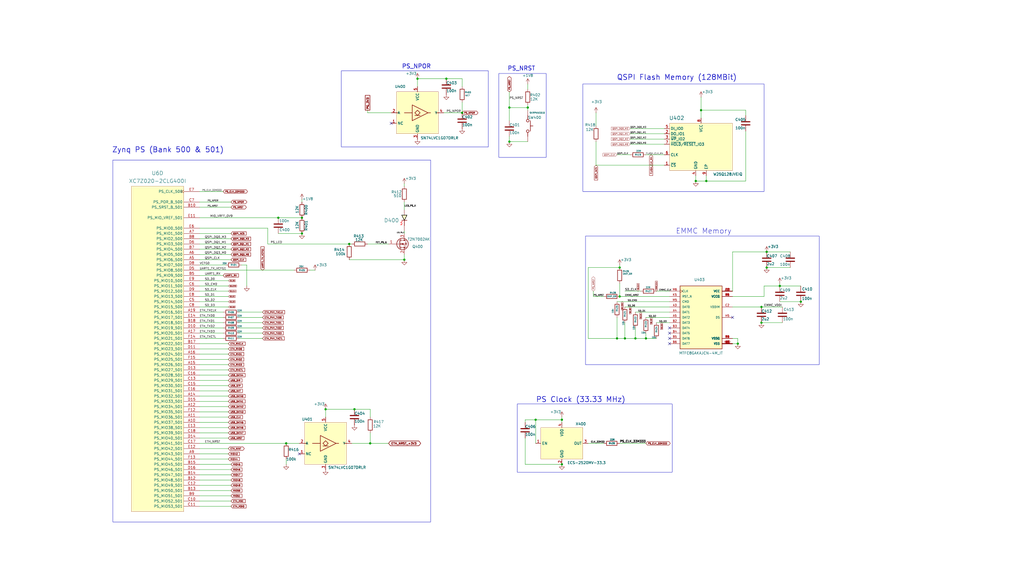
<source format=kicad_sch>
(kicad_sch (version 20231120) (generator "eeschema") (generator_version "8.0")
  (paper "User" 495.3 279.4)
  (title_block (date "2024-11-30") (rev "1"))
  (junction (at 377.19 138.43))
  (junction (at 298.45 163.83))
  (junction (at 307.34 163.83))
  (junction (at 387.35 146.05))
  (junction (at 302.26 163.83))
  (junction (at 157.48 198.12))
  (junction (at 171.45 198.12))
  (junction (at 370.84 121.92))
  (junction (at 134.62 105.41))
  (junction (at 246.38 52.07))
  (junction (at 246.38 68.58))
  (junction (at 299.72 143.51))
  (junction (at 341.63 87.63))
  (junction (at 271.78 203.2))
  (junction (at 336.55 87.63))
  (junction (at 255.27 52.07))
  (junction (at 370.84 129.54))
  (junction (at 368.3 156.21))
  (junction (at 339.09 53.34))
  (junction (at 215.9 38.1))
  (junction (at 299.72 129.54))
  (junction (at 271.78 224.79))
  (junction (at 356.87 166.37))
  (junction (at 146.05 105.41))
  (junction (at 223.52 54.61))
  (junction (at 195.58 125.73))
  (junction (at 179.07 214.63))
  (junction (at 259.08 203.2))
  (junction (at 146.05 113.03))
  (junction (at 201.93 38.1))
  (junction (at 138.43 214.63))
  (junction (at 368.3 148.59))
  (junction (at 168.91 118.11))
  (junction (at 312.42 163.83))
  (no_connect (at 323.85 161.29))
  (no_connect (at 354.33 153.67))
  (no_connect (at 144.78 219.71))
  (no_connect (at 323.85 163.83))
  (no_connect (at 323.85 166.37))
  (no_connect (at 323.85 158.75))
  (no_connect (at 189.23 59.69))
  (wire (pts (xy 177.8 54.61) (xy 177.8 53.34)))
  (wire (pts (xy 369.57 138.43) (xy 377.19 138.43)))
  (wire (pts (xy 292.1 214.63) (xy 284.48 214.63)))
  (wire (pts (xy 354.33 163.83) (xy 356.87 163.83)))
  (wire (pts (xy 96.52 153.67) (xy 107.95 153.67)))
  (wire (pts (xy 336.55 87.63) (xy 336.55 85.09)))
  (wire (pts (xy 111.76 100.33) (xy 96.52 100.33)))
  (wire (pts (xy 246.38 68.58) (xy 255.27 68.58)))
  (wire (pts (xy 287.02 143.51) (xy 292.1 143.51)))
  (wire (pts (xy 129.54 110.49) (xy 129.54 118.11)))
  (wire (pts (xy 96.52 133.35) (xy 107.95 133.35)))
  (wire (pts (xy 299.72 214.63) (xy 312.42 214.63)))
  (wire (pts (xy 223.52 41.91) (xy 223.52 38.1)))
  (wire (pts (xy 312.42 163.83) (xy 307.34 163.83)))
  (wire (pts (xy 96.52 166.37) (xy 110.49 166.37)))
  (wire (pts (xy 299.72 143.51) (xy 323.85 143.51)))
  (wire (pts (xy 284.48 129.54) (xy 299.72 129.54)))
  (wire (pts (xy 96.52 199.39) (xy 110.49 199.39)))
  (wire (pts (xy 304.8 67.31) (xy 321.31 67.31)))
  (wire (pts (xy 96.52 118.11) (xy 111.76 118.11)))
  (wire (pts (xy 96.52 240.03) (xy 111.76 240.03)))
  (wire (pts (xy 96.52 115.57) (xy 111.76 115.57)))
  (wire (pts (xy 96.52 120.65) (xy 111.76 120.65)))
  (wire (pts (xy 356.87 166.37) (xy 354.33 166.37)))
  (wire (pts (xy 138.43 214.63) (xy 144.78 214.63)))
  (wire (pts (xy 96.52 156.21) (xy 107.95 156.21)))
  (wire (pts (xy 96.52 204.47) (xy 110.49 204.47)))
  (wire (pts (xy 177.8 54.61) (xy 189.23 54.61)))
  (wire (pts (xy 96.52 130.81) (xy 142.24 130.81)))
  (wire (pts (xy 317.5 163.83) (xy 312.42 163.83)))
  (wire (pts (xy 354.33 121.92) (xy 370.84 121.92)))
  (wire (pts (xy 246.38 66.04) (xy 246.38 68.58)))
  (wire (pts (xy 96.52 184.15) (xy 110.49 184.15)))
  (wire (pts (xy 96.52 191.77) (xy 110.49 191.77)))
  (wire (pts (xy 96.52 113.03) (xy 111.76 113.03)))
  (wire (pts (xy 179.07 214.63) (xy 187.96 214.63)))
  (wire (pts (xy 298.45 163.83) (xy 298.45 153.67)))
  (wire (pts (xy 356.87 163.83) (xy 356.87 166.37)))
  (wire (pts (xy 146.05 113.03) (xy 134.62 113.03)))
  (wire (pts (xy 115.57 161.29) (xy 127 161.29)))
  (wire (pts (xy 170.18 214.63) (xy 179.07 214.63)))
  (wire (pts (xy 96.52 143.51) (xy 110.49 143.51)))
  (wire (pts (xy 96.52 128.27) (xy 109.22 128.27)))
  (wire (pts (xy 354.33 143.51) (xy 369.57 143.51)))
  (wire (pts (xy 96.52 151.13) (xy 107.95 151.13)))
  (wire (pts (xy 119.38 128.27) (xy 116.84 128.27)))
  (wire (pts (xy 96.52 173.99) (xy 110.49 173.99)))
  (wire (pts (xy 377.19 137.16) (xy 377.19 138.43)))
  (wire (pts (xy 246.38 58.42) (xy 246.38 52.07)))
  (wire (pts (xy 96.52 92.71) (xy 107.95 92.71)))
  (wire (pts (xy 96.52 135.89) (xy 110.49 135.89)))
  (wire (pts (xy 96.52 146.05) (xy 110.49 146.05)))
  (wire (pts (xy 304.8 62.23) (xy 321.31 62.23)))
  (wire (pts (xy 223.52 38.1) (xy 215.9 38.1)))
  (wire (pts (xy 96.52 97.79) (xy 111.76 97.79)))
  (wire (pts (xy 307.34 163.83) (xy 302.26 163.83)))
  (wire (pts (xy 304.8 69.85) (xy 321.31 69.85)))
  (wire (pts (xy 96.52 212.09) (xy 110.49 212.09)))
  (wire (pts (xy 195.58 97.79) (xy 195.58 101.6)))
  (wire (pts (xy 255.27 40.64) (xy 255.27 43.18)))
  (wire (pts (xy 360.68 87.63) (xy 341.63 87.63)))
  (wire (pts (xy 307.34 151.13) (xy 323.85 151.13)))
  (wire (pts (xy 254 203.2) (xy 254 204.47)))
  (wire (pts (xy 354.33 148.59) (xy 368.3 148.59)))
  (wire (pts (xy 96.52 214.63) (xy 138.43 214.63)))
  (wire (pts (xy 96.52 207.01) (xy 110.49 207.01)))
  (wire (pts (xy 339.09 46.99) (xy 339.09 53.34)))
  (wire (pts (xy 96.52 189.23) (xy 110.49 189.23)))
  (wire (pts (xy 177.8 118.11) (xy 187.96 118.11)))
  (wire (pts (xy 115.57 153.67) (xy 127 153.67)))
  (wire (pts (xy 179.07 198.12) (xy 171.45 198.12)))
  (wire (pts (xy 96.52 161.29) (xy 107.95 161.29)))
  (wire (pts (xy 96.52 217.17) (xy 110.49 217.17)))
  (wire (pts (xy 96.52 140.97) (xy 110.49 140.97)))
  (wire (pts (xy 298.45 163.83) (xy 284.48 163.83)))
  (wire (pts (xy 288.29 68.58) (xy 288.29 80.01)))
  (wire (pts (xy 299.72 128.27) (xy 299.72 129.54)))
  (wire (pts (xy 271.78 203.2) (xy 271.78 204.47)))
  (wire (pts (xy 96.52 110.49) (xy 129.54 110.49)))
  (wire (pts (xy 115.57 158.75) (xy 127 158.75)))
  (wire (pts (xy 96.52 105.41) (xy 134.62 105.41)))
  (wire (pts (xy 369.57 143.51) (xy 369.57 138.43)))
  (wire (pts (xy 254 224.79) (xy 271.78 224.79)))
  (wire (pts (xy 195.58 125.73) (xy 195.58 123.19)))
  (wire (pts (xy 96.52 234.95) (xy 111.76 234.95)))
  (wire (pts (xy 157.48 198.12) (xy 157.48 201.93)))
  (wire (pts (xy 317.5 140.97) (xy 323.85 140.97)))
  (wire (pts (xy 312.42 153.67) (xy 323.85 153.67)))
  (wire (pts (xy 168.91 118.11) (xy 170.18 118.11)))
  (wire (pts (xy 129.54 118.11) (xy 168.91 118.11)))
  (wire (pts (xy 96.52 245.11) (xy 111.76 245.11)))
  (wire (pts (xy 96.52 123.19) (xy 111.76 123.19)))
  (wire (pts (xy 288.29 54.61) (xy 288.29 60.96)))
  (wire (pts (xy 370.84 129.54) (xy 382.27 129.54)))
  (wire (pts (xy 96.52 209.55) (xy 110.49 209.55)))
  (wire (pts (xy 302.26 140.97) (xy 309.88 140.97)))
  (wire (pts (xy 307.34 163.83) (xy 307.34 158.75)))
  (wire (pts (xy 360.68 63.5) (xy 360.68 87.63)))
  (wire (pts (xy 284.48 163.83) (xy 284.48 129.54)))
  (wire (pts (xy 201.93 38.1) (xy 201.93 41.91)))
  (wire (pts (xy 368.3 148.59) (xy 378.46 148.59)))
  (wire (pts (xy 96.52 181.61) (xy 110.49 181.61)))
  (wire (pts (xy 254 212.09) (xy 254 224.79)))
  (wire (pts (xy 138.43 224.79) (xy 138.43 222.25)))
  (wire (pts (xy 195.58 111.76) (xy 195.58 113.03)))
  (wire (pts (xy 96.52 176.53) (xy 110.49 176.53)))
  (wire (pts (xy 360.68 53.34) (xy 360.68 55.88)))
  (wire (pts (xy 298.45 146.05) (xy 323.85 146.05)))
  (wire (pts (xy 96.52 222.25) (xy 110.49 222.25)))
  (wire (pts (xy 387.35 146.05) (xy 377.19 146.05)))
  (wire (pts (xy 255.27 52.07) (xy 255.27 50.8)))
  (wire (pts (xy 377.19 138.43) (xy 387.35 138.43)))
  (wire (pts (xy 96.52 232.41) (xy 111.76 232.41)))
  (wire (pts (xy 146.05 105.41) (xy 134.62 105.41)))
  (wire (pts (xy 302.26 163.83) (xy 298.45 163.83)))
  (wire (pts (xy 96.52 186.69) (xy 110.49 186.69)))
  (wire (pts (xy 149.86 130.81) (xy 152.4 130.81)))
  (wire (pts (xy 96.52 171.45) (xy 110.49 171.45)))
  (wire (pts (xy 246.38 44.45) (xy 246.38 52.07)))
  (wire (pts (xy 259.08 203.2) (xy 254 203.2)))
  (wire (pts (xy 96.52 194.31) (xy 110.49 194.31)))
  (wire (pts (xy 223.52 49.53) (xy 223.52 54.61)))
  (wire (pts (xy 339.09 57.15) (xy 339.09 53.34)))
  (wire (pts (xy 299.72 137.16) (xy 299.72 143.51)))
  (wire (pts (xy 96.52 229.87) (xy 111.76 229.87)))
  (wire (pts (xy 96.52 201.93) (xy 110.49 201.93)))
  (wire (pts (xy 259.08 214.63) (xy 259.08 203.2)))
  (wire (pts (xy 157.48 198.12) (xy 171.45 198.12)))
  (wire (pts (xy 378.46 156.21) (xy 368.3 156.21)))
  (wire (pts (xy 339.09 53.34) (xy 360.68 53.34)))
  (wire (pts (xy 179.07 201.93) (xy 179.07 198.12)))
  (wire (pts (xy 146.05 96.52) (xy 146.05 97.79)))
  (wire (pts (xy 179.07 209.55) (xy 179.07 214.63)))
  (wire (pts (xy 96.52 196.85) (xy 110.49 196.85)))
  (wire (pts (xy 96.52 168.91) (xy 110.49 168.91)))
  (wire (pts (xy 96.52 224.79) (xy 111.76 224.79)))
  (wire (pts (xy 214.63 54.61) (xy 223.52 54.61)))
  (wire (pts (xy 341.63 87.63) (xy 336.55 87.63)))
  (wire (pts (xy 302.26 148.59) (xy 323.85 148.59)))
  (wire (pts (xy 115.57 163.83) (xy 127 163.83)))
  (wire (pts (xy 312.42 163.83) (xy 312.42 161.29)))
  (wire (pts (xy 287.02 140.97) (xy 287.02 143.51)))
  (wire (pts (xy 96.52 163.83) (xy 107.95 163.83)))
  (wire (pts (xy 312.42 74.93) (xy 321.31 74.93)))
  (wire (pts (xy 119.38 138.43) (xy 119.38 128.27)))
  (wire (pts (xy 96.52 179.07) (xy 110.49 179.07)))
  (wire (pts (xy 201.93 38.1) (xy 215.9 38.1)))
  (wire (pts (xy 354.33 140.97) (xy 354.33 121.92)))
  (wire (pts (xy 255.27 53.34) (xy 255.27 52.07)))
  (wire (pts (xy 298.45 74.93) (xy 304.8 74.93)))
  (wire (pts (xy 271.78 201.93) (xy 271.78 203.2)))
  (wire (pts (xy 259.08 203.2) (xy 271.78 203.2)))
  (wire (pts (xy 96.52 227.33) (xy 111.76 227.33)))
  (wire (pts (xy 195.58 88.9) (xy 195.58 90.17)))
  (wire (pts (xy 317.5 156.21) (xy 323.85 156.21)))
  (wire (pts (xy 96.52 158.75) (xy 107.95 158.75)))
  (wire (pts (xy 246.38 52.07) (xy 255.27 52.07)))
  (wire (pts (xy 288.29 80.01) (xy 321.31 80.01)))
  (wire (pts (xy 370.84 121.92) (xy 382.27 121.92)))
  (wire (pts (xy 96.52 242.57) (xy 111.76 242.57)))
  (wire (pts (xy 96.52 148.59) (xy 110.49 148.59)))
  (wire (pts (xy 96.52 138.43) (xy 110.49 138.43)))
  (wire (pts (xy 96.52 219.71) (xy 110.49 219.71)))
  (wire (pts (xy 96.52 237.49) (xy 111.76 237.49)))
  (wire (pts (xy 96.52 125.73) (xy 111.76 125.73)))
  (wire (pts (xy 341.63 85.09) (xy 341.63 87.63)))
  (wire (pts (xy 115.57 151.13) (xy 127 151.13)))
  (wire (pts (xy 304.8 64.77) (xy 321.31 64.77)))
  (wire (pts (xy 168.91 125.73) (xy 195.58 125.73)))
  (wire (pts (xy 115.57 156.21) (xy 127 156.21)))
  (wire (pts (xy 302.26 163.83) (xy 302.26 156.21)))
  (rectangle (start 250.19 195.58) (end 325.12 228.6))
  (rectangle (start 281.94 40.64) (end 369.57 92.71))
  (rectangle (start 54.61 77.47) (end 208.28 252.73))
  (rectangle (start 283.21 114.3) (end 396.24 176.53))
  (rectangle (start 241.3 35.56) (end 264.16 76.2))
  (rectangle (start 165.1 34.29) (end 236.22 71.12))
  (text "PS_NPOR" (at 201.422 32.258 0) (effects (font (size 2.032 2.032) (thickness 0.254) (bold yes))))
  (text "QSPI Flash Memory (128MBit)" (at 327.406 37.592 0) (effects (font (size 2.54 2.54) (thickness 0.254) (bold yes))))
  (text "EMMC Memory" (at 340.36 112.014 0) (effects (font (size 2.54 2.54))))
  (text "Zynq PS (Bank 500 & 501)" (at 81.28 72.644 0) (effects (font (size 2.54 2.54) (thickness 0.254) (bold yes))))
  (text "PS_NRST" (at 252.222 33.274 0) (effects (font (size 2.032 2.032) (thickness 0.254) (bold yes))))
  (text "PS Clock (33.33 MHz)" (at 280.924 193.548 0) (effects (font (size 2.54 2.54) (thickness 0.254) (bold yes))))
  (label "SD_D0" (at 99.06 135.89 0) (effects (font (size 1.016 1.016) (thickness 0.127))))
  (label "UART1_TX_VCFG1" (at 96.52 130.81 0) (effects (font (size 1.016 1.016) (thickness 0.127))))
  (label "EMMC_VDDI" (at 369.57 148.59 0) (effects (font (size 1.016 1.016))))
  (label "LED_PS_K" (at 195.58 100.33 0) (effects (font (size 0.762 0.762) (thickness 0.254) (bold yes))))
  (label "SD_D0" (at 303.53 148.59 0) (effects (font (size 0.762 0.762))))
  (label "ETH_NRST" (at 99.06 214.63 0) (effects (font (size 1.016 1.016) (thickness 0.127))))
  (label "UART1_RX" (at 99.06 133.35 0) (effects (font (size 1.016 1.016) (thickness 0.127))))
  (label "CLK_33M33" (at 285.75 214.63 0) (effects (font (size 0.762 0.762) (thickness 0.254) (bold yes))))
  (label "SD_D1" (at 308.61 151.13 0) (effects (font (size 0.762 0.762))))
  (label "SD_CMD" (at 303.53 146.05 0) (effects (font (size 0.762 0.762))))
  (label "SD_D2" (at 99.06 146.05 0) (effects (font (size 1.016 1.016) (thickness 0.127))))
  (label "ETH_TXCTL" (at 96.52 163.83 0) (effects (font (size 1.016 1.016) (thickness 0.127))))
  (label "FLASH_CLK_M4" (at 312.42 74.93 0) (effects (font (size 0.762 0.762) (thickness 0.0953))))
  (label "PS_NRST" (at 246.38 48.26 0) (effects (font (size 1.016 1.016) (thickness 0.127))))
  (label "EMMC_NRST" (at 302.26 143.51 0) (effects (font (size 0.762 0.762))))
  (label "PS_NRST" (at 100.33 100.33 0) (effects (font (size 0.762 0.762) (thickness 0.127))))
  (label "ETH_TXD3" (at 96.52 161.29 0) (effects (font (size 1.016 1.016) (thickness 0.127))))
  (label "FET_PS_G" (at 181.61 118.11 0) (effects (font (size 0.762 0.762) (thickness 0.254) (bold yes))))
  (label "SD_CLK" (at 99.06 140.97 0) (effects (font (size 1.016 1.016) (thickness 0.127))))
  (label "SD_D3" (at 318.77 156.21 0) (effects (font (size 0.762 0.762))))
  (label "PS_CLK_33M333" (at 299.72 214.63 0) (effects (font (size 1.016 1.016) (thickness 0.254) (bold yes))))
  (label "MIO_VRFF_OV9" (at 101.6 105.41 0) (effects (font (size 1.016 1.016) (thickness 0.127))))
  (label "PS_NRST" (at 287.02 143.51 0) (effects (font (size 0.762 0.762))))
  (label "EMMC_CLK" (at 318.77 140.97 0) (effects (font (size 0.762 0.762))))
  (label "PS_NPOR" (at 215.9 54.61 0) (effects (font (size 1.016 1.016) (thickness 0.127))))
  (label "ETH_TXD1" (at 96.52 156.21 0) (effects (font (size 1.016 1.016) (thickness 0.127))))
  (label "SD_CLK" (at 302.26 140.97 0) (effects (font (size 1.016 1.016))))
  (label "QSPI_DQ1_M1" (at 304.8 64.77 0) (effects (font (size 0.762 0.762) (thickness 0.127))))
  (label "PS_LED" (at 130.81 118.11 0) (effects (font (size 1.016 1.016) (thickness 0.127))))
  (label "QSPI_DQ1_M1" (at 99.06 118.11 0) (effects (font (size 1.016 1.016) (thickness 0.127))))
  (label "LED_PS_A" (at 195.58 113.03 180) (effects (font (size 0.508 0.508) (thickness 0.254) (bold yes))))
  (label "QSPI_DQ2_M2" (at 304.8 67.31 0) (effects (font (size 0.762 0.762) (thickness 0.127))))
  (label "ETH_TXD0" (at 96.52 153.67 0) (effects (font (size 1.016 1.016) (thickness 0.127))))
  (label "ETH_TXCLK" (at 96.52 151.13 0) (effects (font (size 1.016 1.016) (thickness 0.127))))
  (label "SD_D3" (at 99.06 148.59 0) (effects (font (size 1.016 1.016) (thickness 0.127))))
  (label "VCFG0" (at 96.52 128.27 0) (effects (font (size 1.016 1.016) (thickness 0.127))))
  (label "QSPI_DQ3_M0" (at 99.06 123.19 0) (effects (font (size 1.016 1.016) (thickness 0.127))))
  (label "SD_D1" (at 99.06 143.51 0) (effects (font (size 1.016 1.016) (thickness 0.127))))
  (label "PS_CLK_33M333" (at 97.79 92.71 0) (effects (font (size 0.762 0.762) (thickness 0.0953))))
  (label "SD_CMD" (at 99.06 138.43 0) (effects (font (size 1.016 1.016) (thickness 0.127))))
  (label "QSPI_DQ0_M3" (at 99.06 115.57 0) (effects (font (size 1.016 1.016) (thickness 0.127))))
  (label "ETH_TXD2" (at 96.52 158.75 0) (effects (font (size 1.016 1.016) (thickness 0.127))))
  (label "PS_NPOR" (at 100.33 97.79 0) (effects (font (size 0.762 0.762) (thickness 0.127))))
  (label "QSPI_CLK" (at 298.45 74.93 0) (effects (font (size 0.762 0.762) (thickness 0.127))))
  (label "QSPI_CLK" (at 99.06 125.73 0) (effects (font (size 1.016 1.016) (thickness 0.127))))
  (label "QSPI_DQ3_M0" (at 304.8 69.85 0) (effects (font (size 0.762 0.762) (thickness 0.127))))
  (label "SD_D2" (at 313.69 153.67 0) (effects (font (size 0.762 0.762))))
  (label "QSPI_DQ0_M3" (at 304.8 62.23 0) (effects (font (size 0.762 0.762) (thickness 0.127))))
  (label "QSPI_DQ2_M2" (at 99.06 120.65 0) (effects (font (size 1.016 1.016) (thickness 0.127))))
  (global_label "ETH_RXCTL" (shape input) (at 110.49 179.07 0) (effects (font (size 0.762 0.762) (thickness 0.254) (bold yes))) (property "Intersheetrefs" "${INTERSHEET_REFS}" (effects (hide yes))))
  (global_label "QSPI_DQ1_M1" (shape input) (at 111.76 118.11 0) (effects (font (size 0.762 0.762) (thickness 0.254) (bold yes))) (property "Intersheetrefs" "${INTERSHEET_REFS}" (effects (hide yes))))
  (global_label "USB_DATA7" (shape input) (at 110.49 209.55 0) (effects (font (size 0.762 0.762) (thickness 0.254) (bold yes))) (property "Intersheetrefs" "${INTERSHEET_REFS}" (effects (hide yes))))
  (global_label "QSPI_DQ1_M1" (shape input) (at 304.8 64.77 180) (effects (font (size 0.762 0.762) (thickness 0.0953))) (property "Intersheetrefs" "${INTERSHEET_REFS}" (effects (hide yes))))
  (global_label "PS_NRST" (shape bidirectional) (at 246.38 44.45 90) (effects (font (size 0.762 0.762) (thickness 0.254) (bold yes))) (property "Intersheetrefs" "${INTERSHEET_REFS}" (effects (hide yes))))
  (global_label "SD_D3" (shape input) (at 110.49 148.59 0) (effects (font (size 0.508 0.508))) (property "Intersheetrefs" "${INTERSHEET_REFS}" (effects (hide yes))))
  (global_label "PS_CLK_33M333" (shape bidirectional) (at 107.95 92.71 0) (effects (font (size 0.762 0.762) (thickness 0.254) (bold yes))) (property "Intersheetrefs" "${INTERSHEET_REFS}" (effects (hide yes))))
  (global_label "USB_STP" (shape input) (at 110.49 186.69 0) (effects (font (size 0.762 0.762) (thickness 0.254) (bold yes))) (property "Intersheetrefs" "${INTERSHEET_REFS}" (effects (hide yes))))
  (global_label "SD_CLK" (shape input) (at 308.61 140.97 90) (effects (font (size 0.508 0.508))) (property "Intersheetrefs" "${INTERSHEET_REFS}" (effects (hide yes))))
  (global_label "PG_3V3" (shape passive) (at 177.8 53.34 90) (effects (font (size 1.016 1.016) (thickness 0.254) (bold yes))) (property "Intersheetrefs" "${INTERSHEET_REFS}" (effects (hide yes))))
  (global_label "ETH_RXD0" (shape input) (at 110.49 168.91 0) (effects (font (size 0.762 0.762) (thickness 0.254) (bold yes))) (property "Intersheetrefs" "${INTERSHEET_REFS}" (effects (hide yes))))
  (global_label "MIO44" (shape input) (at 110.49 222.25 0) (effects (font (size 0.762 0.762) (thickness 0.254) (bold yes))) (property "Intersheetrefs" "${INTERSHEET_REFS}" (effects (hide yes))))
  (global_label "UART1_RX" (shape input) (at 107.95 133.35 0) (effects (font (size 0.762 0.762) (thickness 0.254) (bold yes))) (property "Intersheetrefs" "${INTERSHEET_REFS}" (effects (hide yes))))
  (global_label "SD_D3" (shape input) (at 320.04 156.21 270) (effects (font (size 0.508 0.508))) (property "Intersheetrefs" "${INTERSHEET_REFS}" (effects (hide yes))))
  (global_label "QSPI_NCS" (shape input) (at 288.29 80.01 270) (effects (font (size 0.762 0.762) (thickness 0.1588))) (property "Intersheetrefs" "${INTERSHEET_REFS}" (effects (hide yes))))
  (global_label "USB_NXT" (shape input) (at 110.49 189.23 0) (effects (font (size 0.762 0.762) (thickness 0.254) (bold yes))) (property "Intersheetrefs" "${INTERSHEET_REFS}" (effects (hide yes))))
  (global_label "ETH_MDC" (shape input) (at 111.76 242.57 0) (effects (font (size 0.762 0.762) (thickness 0.254) (bold yes))) (property "Intersheetrefs" "${INTERSHEET_REFS}" (effects (hide yes))))
  (global_label "ETH_RXD1" (shape input) (at 110.49 171.45 0) (effects (font (size 0.762 0.762) (thickness 0.254) (bold yes))) (property "Intersheetrefs" "${INTERSHEET_REFS}" (effects (hide yes))))
  (global_label "SD_CMD" (shape input) (at 300.99 146.05 270) (effects (font (size 0.508 0.508))) (property "Intersheetrefs" "${INTERSHEET_REFS}" (effects (hide yes))))
  (global_label "MIO51" (shape input) (at 111.76 240.03 0) (effects (font (size 0.762 0.762) (thickness 0.254) (bold yes))) (property "Intersheetrefs" "${INTERSHEET_REFS}" (effects (hide yes))))
  (global_label "QSPI_NCS" (shape input) (at 111.76 113.03 0) (effects (font (size 0.762 0.762) (thickness 0.254) (bold yes))) (property "Intersheetrefs" "${INTERSHEET_REFS}" (effects (hide yes))))
  (global_label "QSPI_DQ2_M2" (shape input) (at 111.76 120.65 0) (effects (font (size 0.762 0.762) (thickness 0.254) (bold yes))) (property "Intersheetrefs" "${INTERSHEET_REFS}" (effects (hide yes))))
  (global_label "ETH_PHY_TXD0" (shape input) (at 127 153.67 0) (effects (font (size 0.762 0.762) (thickness 0.254) (bold yes))) (property "Intersheetrefs" "${INTERSHEET_REFS}" (effects (hide yes))))
  (global_label "ETH_PHY_TXCLK" (shape input) (at 127 151.13 0) (effects (font (size 0.762 0.762) (thickness 0.254) (bold yes))) (property "Intersheetrefs" "${INTERSHEET_REFS}" (effects (hide yes))))
  (global_label "MIO45" (shape input) (at 111.76 224.79 0) (effects (font (size 0.762 0.762) (thickness 0.254) (bold yes))) (property "Intersheetrefs" "${INTERSHEET_REFS}" (effects (hide yes))))
  (global_label "ETH_NINT" (shape bidirectional) (at 110.49 217.17 0) (effects (font (size 0.762 0.762) (thickness 0.254) (bold yes))) (property "Intersheetrefs" "${INTERSHEET_REFS}" (effects (hide yes))))
  (global_label "USB_NRST" (shape input) (at 110.49 212.09 0) (effects (font (size 0.762 0.762) (thickness 0.254) (bold yes))) (property "Intersheetrefs" "${INTERSHEET_REFS}" (effects (hide yes))))
  (global_label "MIO50" (shape input) (at 111.76 237.49 0) (effects (font (size 0.762 0.762) (thickness 0.254) (bold yes))) (property "Intersheetrefs" "${INTERSHEET_REFS}" (effects (hide yes))))
  (global_label "USB_CLK" (shape input) (at 110.49 201.93 0) (effects (font (size 0.762 0.762) (thickness 0.254) (bold yes))) (property "Intersheetrefs" "${INTERSHEET_REFS}" (effects (hide yes))))
  (global_label "QSPI_DQ0_M3" (shape input) (at 304.8 62.23 180) (effects (font (size 0.762 0.762) (thickness 0.0953))) (property "Intersheetrefs" "${INTERSHEET_REFS}" (effects (hide yes))))
  (global_label "QSPI_DQ3_M0" (shape input) (at 111.76 123.19 0) (effects (font (size 0.762 0.762) (thickness 0.254) (bold yes))) (property "Intersheetrefs" "${INTERSHEET_REFS}" (effects (hide yes))))
  (global_label "PS_CLK_33M333" (shape bidirectional) (at 312.42 214.63 0) (effects (font (size 0.762 0.762) (thickness 0.254) (bold yes))) (property "Intersheetrefs" "${INTERSHEET_REFS}" (effects (hide yes))))
  (global_label "QSPI_CLK" (shape input) (at 111.76 125.73 0) (effects (font (size 0.762 0.762) (thickness 0.254) (bold yes))) (property "Intersheetrefs" "${INTERSHEET_REFS}" (effects (hide yes))))
  (global_label "USB_DATA3" (shape input) (at 110.49 199.39 0) (effects (font (size 0.762 0.762) (thickness 0.254) (bold yes))) (property "Intersheetrefs" "${INTERSHEET_REFS}" (effects (hide yes))))
  (global_label "SD_D1" (shape input) (at 110.49 143.51 0) (effects (font (size 0.508 0.508))) (property "Intersheetrefs" "${INTERSHEET_REFS}" (effects (hide yes))))
  (global_label "FLASH_CLK_M4" (shape input) (at 314.96 74.93 270) (effects (font (size 0.762 0.762) (thickness 0.1588))) (property "Intersheetrefs" "${INTERSHEET_REFS}" (effects (hide yes))))
  (global_label "ETH_RXD3" (shape input) (at 110.49 176.53 0) (effects (font (size 0.762 0.762) (thickness 0.254) (bold yes))) (property "Intersheetrefs" "${INTERSHEET_REFS}" (effects (hide yes))))
  (global_label "USB_DIR" (shape input) (at 110.49 184.15 0) (effects (font (size 0.762 0.762) (thickness 0.254) (bold yes))) (property "Intersheetrefs" "${INTERSHEET_REFS}" (effects (hide yes))))
  (global_label "ETH_RXD2" (shape input) (at 110.49 173.99 0) (effects (font (size 0.762 0.762) (thickness 0.254) (bold yes))) (property "Intersheetrefs" "${INTERSHEET_REFS}" (effects (hide yes))))
  (global_label "MIO47" (shape input) (at 111.76 229.87 0) (effects (font (size 0.762 0.762) (thickness 0.254) (bold yes))) (property "Intersheetrefs" "${INTERSHEET_REFS}" (effects (hide yes))))
  (global_label "SD_D0" (shape input) (at 110.49 135.89 0) (effects (font (size 0.508 0.508))) (property "Intersheetrefs" "${INTERSHEET_REFS}" (effects (hide yes))))
  (global_label "QSPI_DQ0_M3" (shape input) (at 111.76 115.57 0) (effects (font (size 0.762 0.762) (thickness 0.254) (bold yes))) (property "Intersheetrefs" "${INTERSHEET_REFS}" (effects (hide yes))))
  (global_label "ETH_MDIO" (shape input) (at 111.76 245.11 0) (effects (font (size 0.762 0.762) (thickness 0.254) (bold yes))) (property "Intersheetrefs" "${INTERSHEET_REFS}" (effects (hide yes))))
  (global_label "QSPI_CLK" (shape input) (at 298.45 74.93 180) (effects (font (size 0.762 0.762) (thickness 0.0953))) (property "Intersheetrefs" "${INTERSHEET_REFS}" (effects (hide yes))))
  (global_label "USB_DATA1" (shape input) (at 110.49 194.31 0) (effects (font (size 0.762 0.762) (thickness 0.254) (bold yes))) (property "Intersheetrefs" "${INTERSHEET_REFS}" (effects (hide yes))))
  (global_label "PS_NPOR" (shape bidirectional) (at 223.52 54.61 0) (effects (font (size 0.762 0.762) (thickness 0.254) (bold yes))) (property "Intersheetrefs" "${INTERSHEET_REFS}" (effects (hide yes))))
  (global_label "EMMC_CLK" (shape input) (at 317.5 140.97 90) (effects (font (size 0.508 0.508))) (property "Intersheetrefs" "${INTERSHEET_REFS}" (effects (hide yes))))
  (global_label "QSPI_DQ3_M0" (shape input) (at 304.8 69.85 180) (effects (font (size 0.762 0.762) (thickness 0.0953))) (property "Intersheetrefs" "${INTERSHEET_REFS}" (effects (hide yes))))
  (global_label "ETH_PHY_TXCTL" (shape input) (at 127 163.83 0) (effects (font (size 0.762 0.762) (thickness 0.254) (bold yes))) (property "Intersheetrefs" "${INTERSHEET_REFS}" (effects (hide yes))))
  (global_label "USB_DATA2" (shape input) (at 110.49 196.85 0) (effects (font (size 0.762 0.762) (thickness 0.254) (bold yes))) (property "Intersheetrefs" "${INTERSHEET_REFS}" (effects (hide yes))))
  (global_label "SD_CMD" (shape input) (at 110.49 138.43 0) (effects (font (size 0.508 0.508))) (property "Intersheetrefs" "${INTERSHEET_REFS}" (effects (hide yes))))
  (global_label "USB_DATA5" (shape input) (at 110.49 204.47 0) (effects (font (size 0.762 0.762) (thickness 0.254) (bold yes))) (property "Intersheetrefs" "${INTERSHEET_REFS}" (effects (hide yes))))
  (global_label "PS_NRST" (shape bidirectional) (at 287.02 140.97 90) (effects (font (size 0.762 0.762) (thickness 0.0953))) (property "Intersheetrefs" "${INTERSHEET_REFS}" (effects (hide yes))))
  (global_label "SD_D0" (shape input) (at 304.8 148.59 270) (effects (font (size 0.508 0.508))) (property "Intersheetrefs" "${INTERSHEET_REFS}" (effects (hide yes))))
  (global_label "ETH_RXCLK" (shape input) (at 110.49 166.37 0) (effects (font (size 0.762 0.762) (thickness 0.254) (bold yes))) (property "Intersheetrefs" "${INTERSHEET_REFS}" (effects (hide yes))))
  (global_label "USB_DATA4" (shape input) (at 110.49 181.61 0) (effects (font (size 0.762 0.762) (thickness 0.254) (bold yes))) (property "Intersheetrefs" "${INTERSHEET_REFS}" (effects (hide yes))))
  (global_label "USB_DATA6" (shape input) (at 110.49 207.01 0) (effects (font (size 0.762 0.762) (thickness 0.254) (bold yes))) (property "Intersheetrefs" "${INTERSHEET_REFS}" (effects (hide yes))))
  (global_label "MIO48" (shape input) (at 111.76 232.41 0) (effects (font (size 0.762 0.762) (thickness 0.254) (bold yes))) (property "Intersheetrefs" "${INTERSHEET_REFS}" (effects (hide yes))))
  (global_label "SD_D2" (shape input) (at 314.96 153.67 270) (effects (font (size 0.508 0.508))) (property "Intersheetrefs" "${INTERSHEET_REFS}" (effects (hide yes))))
  (global_label "MIO46" (shape input) (at 111.76 227.33 0) (effects (font (size 0.762 0.762) (thickness 0.254) (bold yes))) (property "Intersheetrefs" "${INTERSHEET_REFS}" (effects (hide yes))))
  (global_label "ETH_PHY_TXD2" (shape input) (at 127 158.75 0) (effects (font (size 0.762 0.762) (thickness 0.254) (bold yes))) (property "Intersheetrefs" "${INTERSHEET_REFS}" (effects (hide yes))))
  (global_label "MIO49" (shape input) (at 111.76 234.95 0) (effects (font (size 0.762 0.762) (thickness 0.254) (bold yes))) (property "Intersheetrefs" "${INTERSHEET_REFS}" (effects (hide yes))))
  (global_label "QSPI_DQ2_M2" (shape input) (at 304.8 67.31 180) (effects (font (size 0.762 0.762) (thickness 0.0953))) (property "Intersheetrefs" "${INTERSHEET_REFS}" (effects (hide yes))))
  (global_label "SD_D1" (shape input) (at 309.88 151.13 270) (effects (font (size 0.508 0.508))) (property "Intersheetrefs" "${INTERSHEET_REFS}" (effects (hide yes))))
  (global_label "ETH_PHY_TXD3" (shape input) (at 127 161.29 0) (effects (font (size 0.762 0.762) (thickness 0.254) (bold yes))) (property "Intersheetrefs" "${INTERSHEET_REFS}" (effects (hide yes))))
  (global_label "SD_D2" (shape input) (at 110.49 146.05 0) (effects (font (size 0.508 0.508))) (property "Intersheetrefs" "${INTERSHEET_REFS}" (effects (hide yes))))
  (global_label "SD_CLK" (shape input) (at 110.49 140.97 0) (effects (font (size 0.508 0.508))) (property "Intersheetrefs" "${INTERSHEET_REFS}" (effects (hide yes))))
  (global_label "PS_NPOR" (shape bidirectional) (at 111.76 97.79 0) (effects (font (size 0.762 0.762) (thickness 0.254) (bold yes))) (property "Intersheetrefs" "${INTERSHEET_REFS}" (effects (hide yes))))
  (global_label "USB_DATA0" (shape input) (at 110.49 191.77 0) (effects (font (size 0.762 0.762) (thickness 0.254) (bold yes))) (property "Intersheetrefs" "${INTERSHEET_REFS}" (effects (hide yes))))
  (global_label "ETH_PHY_TXD1" (shape input) (at 127 156.21 0) (effects (font (size 0.762 0.762) (thickness 0.254) (bold yes))) (property "Intersheetrefs" "${INTERSHEET_REFS}" (effects (hide yes))))
  (global_label "MIO43" (shape input) (at 110.49 219.71 0) (effects (font (size 0.762 0.762) (thickness 0.254) (bold yes))) (property "Intersheetrefs" "${INTERSHEET_REFS}" (effects (hide yes))))
  (global_label "UART1_TX_VCFG1" (shape input) (at 127 130.81 90) (effects (font (size 0.762 0.762) (thickness 0.254) (bold yes))) (property "Intersheetrefs" "${INTERSHEET_REFS}" (effects (hide yes))))
  (global_label "PS_NRST" (shape bidirectional) (at 111.76 100.33 0) (effects (font (size 0.762 0.762) (thickness 0.254) (bold yes))) (property "Intersheetrefs" "${INTERSHEET_REFS}" (effects (hide yes))))
  (global_label "ETH_NRST_+3V3" (shape bidirectional) (at 187.96 214.63 0) (effects (font (size 1.016 1.016) (thickness 0.254) (bold yes))) (property "Intersheetrefs" "${INTERSHEET_REFS}" (effects (hide yes))))
  (symbol (lib_id "power:GND") (at 368.3 156.21 0) (unit 1)
    (property "Reference" "#PWR0132" (effects (hide yes)))
    (property "Value" "GND" (effects (hide yes)))
    (property "Description" "Power symbol creates a global label with name \"GND\" , ground" (effects (hide yes)))
  )
  (symbol (lib_id "Device:R") (at 295.91 214.63 270) (unit 1)
    (property "Reference" "R420" (at 295.91 214.63 90) (effects (font (size 0.762 0.762))))
    (property "Value" "22R" (at 296.164 212.852 90) (effects (font (size 0.762 0.762))))
    (property "Footprint" "Resistor_SMD:R_0402_1005Metric" (effects (hide yes)))
    (property "Description" "Resistor" (effects (hide yes)))
    (property "LCSC" "C25092" (effects (hide yes)))
    (property "Manufacturer Part Number" "0402WGF220JTCE" (effects (hide yes)))
  )
  (symbol (lib_id "power:GND") (at 138.43 224.79 0) (unit 1)
    (property "Reference" "#PWR0125" (effects (hide yes)))
    (property "Value" "GND" (effects (hide yes)))
    (property "Description" "Power symbol creates a global label with name \"GND\" , ground" (effects (hide yes)))
  )
  (symbol (lib_id "Device:C") (at 360.68 59.69 0) (unit 1)
    (property "Reference" "C405" (at 355.6 57.912 0) (effects (justify left)))
    (property "Value" "100n" (at 355.6 61.976 0) (effects (justify left)))
    (property "Footprint" "Capacitor_SMD:C_0402_1005Metric" (effects (hide yes)))
    (property "Description" "Unpolarized capacitor" (effects (hide yes)))
    (property "LCSC" "C1525" (effects (hide yes)))
    (property "Manufacturer Part Number" "CL05B104KO5NNNC" (effects (hide yes)))
  )
  (symbol (lib_id "Device:R") (at 288.29 64.77 0) (unit 1)
    (property "Reference" "R418" (at 285.496 60.452 0))
    (property "Value" "12K" (at 285.242 62.738 0))
    (property "Footprint" "Resistor_SMD:R_0402_1005Metric" (effects (hide yes)))
    (property "Description" "Resistor" (effects (hide yes)))
    (property "LCSC" "C25752" (effects (hide yes)))
    (property "Manufacturer Part Number" "0402WGF1202TCE" (effects (hide yes)))
  )
  (symbol (lib_id "Schematic-Lib-PhilsLab:ECS-2520MV-130-BN-TR") (at 271.78 214.63 0) (unit 1)
    (property "Reference" "X400" (at 280.924 205.232 0))
    (property "Value" "ECS-2520MV-33.3" (at 283.718 224.028 0))
    (property "Footprint" "Footprint-Lib-PhilsLab:XTAL_2520" (effects (hide yes)))
    (property "Description" "Standard Clock Oscillators XO (Standard),13MHz,Standby (Power Down),CMOS, Multi-Volt,1.6 V 3.6 V,+/-50ppm,-40 C 85 C,6mA,Surface Mount,4-SMD, No Lead,(2.50mm x 2.00mm),(0.80mm)" (effects (hide yes)))
    (property "Manufacturer" "ECS" (effects (hide yes)))
    (property "Manufacturer Part Number" "ECS-2520MV-333.3-BN-TR" (effects (hide yes)))
    (property "LCSC" "C405468" (effects (hide yes)))
  )
  (symbol (lib_id "Device:R") (at 173.99 118.11 270) (unit 1)
    (property "Reference" "R413" (at 173.482 114.3 90))
    (property "Value" "12K" (at 173.736 116.078 90))
    (property "Footprint" "Resistor_SMD:R_0402_1005Metric" (effects (hide yes)))
    (property "Description" "Resistor" (effects (hide yes)))
    (property "LCSC" "C25752" (effects (hide yes)))
    (property "Manufacturer Part Number" "0402WGF1202TCE" (effects (hide yes)))
  )
  (symbol (lib_id "Device:R") (at 302.26 152.4 0) (unit 1)
    (property "Reference" "R421" (at 302.26 153.416 90) (effects (font (size 0.762 0.762)) (justify left)))
    (property "Value" "10k" (at 301.498 157.48 90) (effects (font (size 0.762 0.762)) (justify left)))
    (property "Footprint" "Resistor_SMD:R_0402_1005Metric" (effects (hide yes)))
    (property "Description" "Resistor" (effects (hide yes)))
    (property "LCSC" "C25744" (effects (hide yes)))
    (property "Manufacturer Part Number" "0402WGF1002TCE" (effects (hide yes)))
  )
  (symbol (lib_id "Device:R") (at 312.42 157.48 0) (unit 1)
    (property "Reference" "R423" (at 312.42 158.496 90) (effects (font (size 0.762 0.762)) (justify left)))
    (property "Value" "10k" (at 310.134 161.036 0) (effects (font (size 0.762 0.762)) (justify left)))
    (property "Footprint" "Resistor_SMD:R_0402_1005Metric" (effects (hide yes)))
    (property "Description" "Resistor" (effects (hide yes)))
    (property "LCSC" "C25744" (effects (hide yes)))
    (property "Manufacturer Part Number" "0402WGF1002TCE" (effects (hide yes)))
  )
  (symbol (lib_id "power:GND") (at 336.55 87.63 0) (unit 1)
    (property "Reference" "#PWR0124" (effects (hide yes)))
    (property "Value" "GND" (effects (hide yes)))
    (property "Description" "Power symbol creates a global label with name \"GND\" , ground" (effects (hide yes)))
  )
  (symbol (lib_id "Device:C") (at 378.46 152.4 0) (unit 1)
    (property "Reference" "C413" (at 378.968 149.86 0) (effects (justify left)))
    (property "Value" "100n" (at 378.714 154.432 0) (effects (justify left)))
    (property "Footprint" "Capacitor_SMD:C_0402_1005Metric" (effects (hide yes)))
    (property "Description" "Unpolarized capacitor" (effects (hide yes)))
    (property "LCSC" "C1525" (effects (hide yes)))
    (property "Manufacturer Part Number" "CL05B104KO5NNNC" (effects (hide yes)))
  )
  (symbol (lib_id "power:GND") (at 157.48 227.33 0) (unit 1)
    (property "Reference" "#PWR0122" (effects (hide yes)))
    (property "Value" "GND" (effects (hide yes)))
    (property "Description" "Power symbol creates a global label with name \"GND\" , ground" (effects (hide yes)))
  )
  (symbol (lib_id "power:+1V0") (at 271.78 201.93 0) (unit 1)
    (property "Reference" "#PWR048" (effects (hide yes)))
    (property "Value" "+3V3" (at 268.732 199.39 0))
    (property "Description" "Power symbol creates a global label with name \"+1V0\"" (effects (hide yes)))
  )
  (symbol (lib_id "Device:C") (at 387.35 142.24 0) (unit 1)
    (property "Reference" "C410" (at 387.858 139.954 0) (effects (justify left)))
    (property "Value" "100n" (at 387.858 144.526 0) (effects (justify left)))
    (property "Footprint" "Capacitor_SMD:C_0402_1005Metric" (effects (hide yes)))
    (property "Description" "Unpolarized capacitor" (effects (hide yes)))
    (property "LCSC" "C1525" (effects (hide yes)))
    (property "Manufacturer Part Number" "CL05B104KO5NNNC" (effects (hide yes)))
  )
  (symbol (lib_id "Device:R") (at 146.05 101.6 0) (unit 1)
    (property "Reference" "R400" (at 148.082 101.6 90))
    (property "Value" "12K" (at 143.764 101.346 90))
    (property "Footprint" "Resistor_SMD:R_0402_1005Metric" (effects (hide yes)))
    (property "Description" "Resistor" (effects (hide yes)))
    (property "LCSC" " C25752" (effects (hide yes)))
    (property "Manufacturer Part Number" "0402WGF1202TCE" (effects (hide yes)))
  )
  (symbol (lib_id "Transistor_FET:T2N7002AK") (at 193.04 118.11 0) (unit 1)
    (property "Reference" "Q400" (at 199.39 119.3801 0) (effects (justify left)))
    (property "Value" "T2N7002AK" (at 197.104 115.824 0) (effects (justify left)))
    (property "Footprint" "Package_TO_SOT_SMD:SOT-23" (effects (hide yes)))
    (property "Datasheet" "https://toshiba.semicon-storage.com/info/docget.jsp?did=29712&prodName=T2N7002AK" (effects (hide yes)))
    (property "Description" "60V Vds, 0.2A Id, N-Channel MOSFET, SOT-23" (effects (hide yes)))
    (property "LCSC" "C516175" (effects (hide yes)))
    (property "Manufacturer Part Number" " T2N7002AK,LM" (effects (hide yes)))
  )
  (symbol (lib_id "power:+1V0") (at 255.27 40.64 0) (unit 1)
    (property "Reference" "#PWR0116" (effects (hide yes)))
    (property "Value" "+1V8" (at 255.27 36.576 0))
    (property "Description" "Power symbol creates a global label with name \"+1V0\"" (effects (hide yes)))
  )
  (symbol (lib_id "power:GND") (at 356.87 166.37 0) (unit 1)
    (property "Reference" "#PWR0133" (effects (hide yes)))
    (property "Value" "GND" (effects (hide yes)))
    (property "Description" "Power symbol creates a global label with name \"GND\" , ground" (effects (hide yes)))
  )
  (symbol (lib_id "power:+1V0") (at 146.05 96.52 0) (unit 1)
    (property "Reference" "#PWR062" (effects (hide yes)))
    (property "Value" "+1V8" (at 148.844 96.266 0))
    (property "Description" "Power symbol creates a global label with name \"+1V0\"" (effects (hide yes)))
  )
  (symbol (lib_id "Device:C") (at 254 208.28 0) (unit 1)
    (property "Reference" "C406" (at 254 206.502 0) (effects (justify left)))
    (property "Value" "100n" (at 254 210.312 0) (effects (justify left)))
    (property "Footprint" "Capacitor_SMD:C_0402_1005Metric" (effects (hide yes)))
    (property "Description" "Unpolarized capacitor" (effects (hide yes)))
    (property "LCSC" "C1525" (effects (hide yes)))
    (property "Manufacturer Part Number" "CL05B104KO5NNNC" (effects (hide yes)))
  )
  (symbol (lib_id "Device:R") (at 298.45 149.86 0) (unit 1)
    (property "Reference" "R425" (at 298.45 150.876 90) (effects (font (size 0.762 0.762)) (justify left)))
    (property "Value" "10k" (at 296.418 151.638 90) (effects (font (size 0.762 0.762)) (justify left)))
    (property "Footprint" "Resistor_SMD:R_0402_1005Metric" (effects (hide yes)))
    (property "Description" "Resistor" (effects (hide yes)))
    (property "LCSC" "C25744" (effects (hide yes)))
    (property "Manufacturer Part Number" "0402WGF1002TCE" (effects (hide yes)))
  )
  (symbol (lib_id "power:+1V0") (at 370.84 121.92 0) (mirror y) (unit 1)
    (property "Reference" "#PWR0128" (effects (hide yes)))
    (property "Value" "+3V3" (at 373.888 119.38 0))
    (property "Description" "Power symbol creates a global label with name \"+1V0\"" (effects (hide yes)))
  )
  (symbol (lib_id "Device:R") (at 111.76 151.13 270) (unit 1)
    (property "Reference" "R406" (at 111.76 151.13 90) (effects (font (size 0.762 0.762))))
    (property "Value" "22R" (at 115.824 150.368 90) (effects (font (size 0.762 0.762))))
    (property "Footprint" "Resistor_SMD:R_0402_1005Metric" (effects (hide yes)))
    (property "Description" "Resistor" (effects (hide yes)))
    (property "LCSC" "C25092" (effects (hide yes)))
    (property "Manufacturer Part Number" "0402WGF220JTCE" (effects (hide yes)))
  )
  (symbol (lib_id "Device:C") (at 223.52 58.42 0) (unit 1)
    (property "Reference" "C402" (at 223.52 56.642 0) (effects (justify left)))
    (property "Value" "100n" (at 223.52 60.452 0) (effects (justify left)))
    (property "Footprint" "Capacitor_SMD:C_0402_1005Metric" (effects (hide yes)))
    (property "Description" "Unpolarized capacitor" (effects (hide yes)))
    (property "LCSC" "C1525" (effects (hide yes)))
    (property "Manufacturer Part Number" "CL05B104KO5NNNC" (effects (hide yes)))
  )
  (symbol (lib_id "Device:C") (at 134.62 109.22 180) (unit 1)
    (property "Reference" "C400" (at 140.208 111.252 0) (effects (justify left)))
    (property "Value" "100n" (at 139.954 106.934 0) (effects (justify left)))
    (property "Footprint" "Capacitor_SMD:C_0402_1005Metric" (effects (hide yes)))
    (property "Description" "Unpolarized capacitor" (effects (hide yes)))
    (property "LCSC" "C1525" (effects (hide yes)))
    (property "Manufacturer Part Number" "CL05B104KO5NNNC" (effects (hide yes)))
  )
  (symbol (lib_id "Device:R") (at 111.76 153.67 270) (unit 1)
    (property "Reference" "R407" (at 111.76 153.67 90) (effects (font (size 0.762 0.762))))
    (property "Value" "22R" (at 115.824 152.908 90) (effects (font (size 0.762 0.762))))
    (property "Footprint" "Resistor_SMD:R_0402_1005Metric" (effects (hide yes)))
    (property "Description" "Resistor" (effects (hide yes)))
    (property "LCSC" "C25092" (effects (hide yes)))
    (property "Manufacturer Part Number" "0402WGF220JTCE" (effects (hide yes)))
  )
  (symbol (lib_id "power:GND") (at 201.93 67.31 0) (unit 1)
    (property "Reference" "#PWR0113" (effects (hide yes)))
    (property "Value" "GND" (effects (hide yes)))
    (property "Description" "Power symbol creates a global label with name \"GND\" , ground" (effects (hide yes)))
  )
  (symbol (lib_id "power:GND") (at 246.38 68.58 0) (unit 1)
    (property "Reference" "#PWR068" (effects (hide yes)))
    (property "Value" "GND" (effects (hide yes)))
    (property "Description" "Power symbol creates a global label with name \"GND\" , ground" (effects (hide yes)))
  )
  (symbol (lib_id "Schematic-Lib-PhilsLab:SN74LVC1G07DRLR") (at 157.48 214.63 0) (unit 1)
    (property "Reference" "U401" (at 148.59 202.946 0))
    (property "Value" "SN74LVC1G07DRLR" (at 167.894 226.314 0))
    (property "Footprint" "easyeda2kicad_foorprint:SOT-553-5_L1.6-W1.2-P0.50-LS1.6-BL" (effects (hide yes)))
    (property "Description" "Single Buffer/Driver With Open-Drain Output" (effects (hide yes)))
    (property "Manufacturer" "Texas Instruments" (effects (hide yes)))
    (property "Manufacturer Part Number" "SN74LVC1G07DRLR" (effects (hide yes)))
    (property "Distributor Link" "https://www.mouser.de/ProductDetail/Texas-Instruments/SN74LVC1G07DRLR?qs=pajgIaoyDUjwau6f5T7MtQ%3D%3D" (effects (hide yes)))
    (property "LCSC" "C183013" (effects (hide yes)))
  )
  (symbol (lib_id "Device:R") (at 299.72 133.35 0) (unit 1)
    (property "Reference" "R426" (at 301.244 131.318 0) (effects (font (size 0.762 0.762)) (justify left)))
    (property "Value" "DNP_OR" (at 301.244 132.588 0) (effects (font (size 0.762 0.762)) (justify left)))
    (property "Footprint" "Resistor_SMD:R_0402_1005Metric" (effects (hide yes)))
    (property "Description" "Resistor" (effects (hide yes)))
  )
  (symbol (lib_id "Device:R") (at 111.76 163.83 270) (unit 1)
    (property "Reference" "R411" (at 111.76 163.83 90) (effects (font (size 0.762 0.762))))
    (property "Value" "22R" (at 115.824 163.068 90) (effects (font (size 0.762 0.762))))
    (property "Footprint" "Resistor_SMD:R_0402_1005Metric" (effects (hide yes)))
    (property "Description" "Resistor" (effects (hide yes)))
    (property "LCSC" "C25092" (effects (hide yes)))
    (property "Manufacturer Part Number" "0402WGF220JTCE" (effects (hide yes)))
  )
  (symbol (lib_id "Device:R") (at 308.61 74.93 270) (unit 1)
    (property "Reference" "R419" (at 308.61 74.93 90) (effects (font (size 0.762 0.762))))
    (property "Value" "22R" (at 308.864 73.152 90) (effects (font (size 0.762 0.762))))
    (property "Footprint" "Resistor_SMD:R_0402_1005Metric" (effects (hide yes)))
    (property "Description" "Resistor" (effects (hide yes)))
    (property "LCSC" "C25092" (effects (hide yes)))
    (property "Manufacturer Part Number" "0402WGF220JTCE" (effects (hide yes)))
  )
  (symbol (lib_id "power:GND") (at 171.45 205.74 0) (unit 1)
    (property "Reference" "#PWR0123" (effects (hide yes)))
    (property "Value" "GND" (effects (hide yes)))
    (property "Description" "Power symbol creates a global label with name \"GND\" , ground" (effects (hide yes)))
  )
  (symbol (lib_id "power:+1V0") (at 377.19 137.16 0) (mirror y) (unit 1)
    (property "Reference" "#PWR0130" (effects (hide yes)))
    (property "Value" "+3V3" (at 380.238 134.62 0))
    (property "Description" "Power symbol creates a global label with name \"+1V0\"" (effects (hide yes)))
  )
  (symbol (lib_id "power:+1V0") (at 288.29 54.61 0) (mirror y) (unit 1)
    (property "Reference" "#PWR0127" (effects (hide yes)))
    (property "Value" "+3V3" (at 288.544 49.276 0))
    (property "Description" "Power symbol creates a global label with name \"+1V0\"" (effects (hide yes)))
  )
  (symbol (lib_id "power:GND") (at 119.38 138.43 0) (mirror y) (unit 1)
    (property "Reference" "#PWR0119" (effects (hide yes)))
    (property "Value" "GND" (effects (hide yes)))
    (property "Description" "Power symbol creates a global label with name \"GND\" , ground" (effects (hide yes)))
  )
  (symbol (lib_id "Schematic-Lib-PhilsLab:SN74LVC1G07DRLR") (at 201.93 54.61 0) (unit 1)
    (property "Reference" "U400" (at 193.548 41.91 0))
    (property "Value" "SN74LVC1G07DRLR" (at 212.598 66.802 0))
    (property "Footprint" "easyeda2kicad_foorprint:SOT-553-5_L1.6-W1.2-P0.50-LS1.6-BL" (effects (hide yes)))
    (property "Description" "Single Buffer/Driver With Open-Drain Output" (effects (hide yes)))
    (property "Manufacturer" "Texas Instruments" (effects (hide yes)))
    (property "Manufacturer Part Number" "SN74LVC1G07DRLR" (effects (hide yes)))
    (property "Distributor Link" "https://www.mouser.de/ProductDetail/Texas-Instruments/SN74LVC1G07DRLR?qs=pajgIaoyDUjwau6f5T7MtQ%3D%3D" (effects (hide yes)))
    (property "LCSC" "C183013" (effects (hide yes)))
  )
  (symbol (lib_id "Device:R") (at 295.91 143.51 90) (unit 1)
    (property "Reference" "R428" (at 297.942 141.732 90) (effects (font (size 0.762 0.762)) (justify left)))
    (property "Value" "DNP_OR" (at 298.196 143.51 90) (effects (font (size 0.762 0.762)) (justify left)))
    (property "Footprint" "Resistor_SMD:R_0402_1005Metric" (effects (hide yes)))
    (property "Description" "Resistor" (effects (hide yes)))
  )
  (symbol (lib_id "Schematic-Lib-PhilsLab:SKRPANE010") (at 255.27 60.96 270) (unit 1)
    (property "Reference" "SW400" (at 258.572 56.896 90))
    (property "Value" "SKRPANE010" (at 259.842 54.61 90) (effects (font (size 0.762 0.762))))
    (property "Footprint" "easyeda2kicad_foorprint:SW-SMD_4P-L4.2-W3.2-P2.15-LS4.6-2" (effects (hide yes)))
    (property "Description" "Tactile Switch SMD SPST" (effects (hide yes)))
    (property "Manufacturer" "Alps Alpine" (effects (hide yes)))
    (property "Manufacturer Part Number" "SKRPANE010" (effects (hide yes)))
    (property "LCSC" "C470426" (effects (hide yes)))
  )
  (symbol (lib_id "Device:C") (at 377.19 142.24 0) (unit 1)
    (property "Reference" "C409" (at 377.19 140.462 0) (effects (justify left)))
    (property "Value" "2u2" (at 377.19 144.272 0) (effects (justify left)))
    (property "Footprint" "Capacitor_SMD:C_0402_1005Metric" (effects (hide yes)))
    (property "Description" "Unpolarized capacitor" (effects (hide yes)))
    (property "LCSC" "C12530" (effects (hide yes)))
    (property "Manufacturer Part Number" "CL05A225MQ5NSNC" (effects (hide yes)))
  )
  (symbol (lib_id "Device:R") (at 317.5 160.02 0) (unit 1)
    (property "Reference" "R424" (at 317.5 161.036 90) (effects (font (size 0.762 0.762)) (justify left)))
    (property "Value" "10k" (at 315.214 163.322 0) (effects (font (size 0.762 0.762)) (justify left)))
    (property "Footprint" "Resistor_SMD:R_0402_1005Metric" (effects (hide yes)))
    (property "Description" "Resistor" (effects (hide yes)))
    (property "LCSC" "C25744" (effects (hide yes)))
    (property "Manufacturer Part Number" "0402WGF1002TCE" (effects (hide yes)))
  )
  (symbol (lib_id "Device:C") (at 246.38 62.23 0) (unit 1)
    (property "Reference" "C401" (at 246.38 60.452 0) (effects (justify left)))
    (property "Value" "100n" (at 246.38 64.262 0) (effects (justify left)))
    (property "Footprint" "Capacitor_SMD:C_0402_1005Metric" (effects (hide yes)))
    (property "Description" "Unpolarized capacitor" (effects (hide yes)))
    (property "LCSC" "C1525" (effects (hide yes)))
    (property "Manufacturer Part Number" "CL05B104KO5NNNC" (effects (hide yes)))
  )
  (symbol (lib_id "power:GND") (at 146.05 113.03 0) (unit 1)
    (property "Reference" "#PWR0224" (effects (hide yes)))
    (property "Value" "GND" (effects (hide yes)))
    (property "Description" "Power symbol creates a global label with name \"GND\" , ground" (effects (hide yes)))
  )
  (symbol (lib_id "power:+1V0") (at 339.09 46.99 0) (mirror y) (unit 1)
    (property "Reference" "#PWR0126" (effects (hide yes)))
    (property "Value" "+3V3" (at 342.138 44.45 0))
    (property "Description" "Power symbol creates a global label with name \"+1V0\"" (effects (hide yes)))
  )
  (symbol (lib_id "power:GND") (at 387.35 146.05 0) (unit 1)
    (property "Reference" "#PWR0131" (effects (hide yes)))
    (property "Value" "GND" (effects (hide yes)))
    (property "Description" "Power symbol creates a global label with name \"GND\" , ground" (effects (hide yes)))
  )
  (symbol (lib_id "Device:R") (at 179.07 205.74 180) (unit 1)
    (property "Reference" "R417" (at 183.134 204.216 0))
    (property "Value" "12K" (at 182.372 206.248 0))
    (property "Footprint" "Resistor_SMD:R_0402_1005Metric" (effects (hide yes)))
    (property "Description" "Resistor" (effects (hide yes)))
    (property "LCSC" "C25752" (effects (hide yes)))
    (property "Manufacturer Part Number" "0402WGF1202TCE" (effects (hide yes)))
  )
  (symbol (lib_id "Schematic-Lib-PhilsLab:LED_0402_RED") (at 195.58 106.68 90) (mirror x) (unit 1)
    (property "Reference" "D400" (at 193.04 106.6799 90) (effects (font (size 1.8288 1.8288)) (justify left)))
    (property "Value" "RED" (effects (hide yes)))
    (property "Footprint" "Footprint-Lib-PhilsLab:LED_0402_RED" (effects (hide yes)))
    (property "Description" "LED 0402 RED SMD" (effects (hide yes)))
    (property "LCSC" "C130719" (effects (hide yes)))
    (property "Manufacturer Part Number" "NCD0402R1" (effects (hide yes)))
  )
  (symbol (lib_id "power:+1V0") (at 152.4 130.81 0) (mirror y) (unit 1)
    (property "Reference" "#PWR0120" (effects (hide yes)))
    (property "Value" "+3V3" (at 155.448 128.27 0))
    (property "Description" "Power symbol creates a global label with name \"+1V0\"" (effects (hide yes)))
  )
  (symbol (lib_id "Device:R") (at 111.76 161.29 270) (unit 1)
    (property "Reference" "R410" (at 111.76 161.29 90) (effects (font (size 0.762 0.762))))
    (property "Value" "22R" (at 115.824 160.528 90) (effects (font (size 0.762 0.762))))
    (property "Footprint" "Resistor_SMD:R_0402_1005Metric" (effects (hide yes)))
    (property "Description" "Resistor" (effects (hide yes)))
    (property "LCSC" "C25092" (effects (hide yes)))
    (property "Manufacturer Part Number" "0402WGF220JTCE" (effects (hide yes)))
  )
  (symbol (lib_id "power:GND") (at 195.58 125.73 0) (mirror y) (unit 1)
    (property "Reference" "#PWR0118" (effects (hide yes)))
    (property "Value" "GND" (effects (hide yes)))
    (property "Description" "Power symbol creates a global label with name \"GND\" , ground" (effects (hide yes)))
  )
  (symbol (lib_id "Device:C") (at 171.45 201.93 0) (unit 1)
    (property "Reference" "C404" (at 171.45 200.152 0) (effects (justify left)))
    (property "Value" "100n" (at 171.45 203.962 0) (effects (justify left)))
    (property "Footprint" "Capacitor_SMD:C_0402_1005Metric" (effects (hide yes)))
    (property "Description" "Unpolarized capacitor" (effects (hide yes)))
    (property "LCSC" "C1525" (effects (hide yes)))
    (property "Manufacturer Part Number" "CL05B104KO5NNNC" (effects (hide yes)))
  )
  (symbol (lib_id "Device:C") (at 382.27 125.73 0) (unit 1)
    (property "Reference" "C408" (at 377.19 123.952 0) (effects (justify left)))
    (property "Value" "100n" (at 377.19 128.016 0) (effects (justify left)))
    (property "Footprint" "Capacitor_SMD:C_0402_1005Metric" (effects (hide yes)))
    (property "Description" "Unpolarized capacitor" (effects (hide yes)))
    (property "LCSC" "C1525" (effects (hide yes)))
    (property "Manufacturer Part Number" "CL05B104KO5NNNC" (effects (hide yes)))
  )
  (symbol (lib_id "power:GND") (at 271.78 224.79 0) (unit 1)
    (property "Reference" "#PWR049" (effects (hide yes)))
    (property "Value" "GND" (effects (hide yes)))
    (property "Description" "Power symbol creates a global label with name \"GND\" , ground" (effects (hide yes)))
  )
  (symbol (lib_id "power:GND") (at 215.9 45.72 0) (unit 1)
    (property "Reference" "#PWR0114" (effects (hide yes)))
    (property "Value" "GND" (effects (hide yes)))
    (property "Description" "Power symbol creates a global label with name \"GND\" , ground" (effects (hide yes)))
  )
  (symbol (lib_id "Device:R") (at 146.05 109.22 0) (unit 1)
    (property "Reference" "R401" (at 148.082 109.22 90))
    (property "Value" "12K" (at 143.764 108.966 90))
    (property "Footprint" "Resistor_SMD:R_0402_1005Metric" (effects (hide yes)))
    (property "Description" "Resistor" (effects (hide yes)))
    (property "LCSC" " C25752" (effects (hide yes)))
    (property "Manufacturer Part Number" "0402WGF1202TCE" (effects (hide yes)))
  )
  (symbol (lib_id "Device:C") (at 370.84 125.73 0) (unit 1)
    (property "Reference" "C407" (at 370.84 123.952 0) (effects (justify left)))
    (property "Value" "2u2" (at 370.84 127.762 0) (effects (justify left)))
    (property "Footprint" "Capacitor_SMD:C_0402_1005Metric" (effects (hide yes)))
    (property "Description" "Unpolarized capacitor" (effects (hide yes)))
    (property "LCSC" "C12530" (effects (hide yes)))
    (property "Manufacturer Part Number" "CL05A225MQ5NSNC" (effects (hide yes)))
  )
  (symbol (lib_id "Device:R") (at 111.76 156.21 270) (unit 1)
    (property "Reference" "R408" (at 111.76 156.21 90) (effects (font (size 0.762 0.762))))
    (property "Value" "22R" (at 115.824 155.448 90) (effects (font (size 0.762 0.762))))
    (property "Footprint" "Resistor_SMD:R_0402_1005Metric" (effects (hide yes)))
    (property "Description" "Resistor" (effects (hide yes)))
    (property "LCSC" "C25092" (effects (hide yes)))
    (property "Manufacturer Part Number" "0402WGF220JTCE" (effects (hide yes)))
  )
  (symbol (lib_id "power:+1V0") (at 201.93 38.1 0) (unit 1)
    (property "Reference" "#PWR0112" (effects (hide yes)))
    (property "Value" "+3V3" (at 198.882 35.56 0))
    (property "Description" "Power symbol creates a global label with name \"+1V0\"" (effects (hide yes)))
  )
  (symbol (lib_id "Schematic-Lib-PhilsLab:W25Q128JVEIQ") (at 339.09 69.85 0) (unit 1)
    (property "Reference" "U402" (at 323.596 57.15 0) (effects (font (size 1.8288 1.8288)) (justify left)))
    (property "Value" "W25Q128JVEIQ" (at 344.932 84.328 0) (effects (justify left)))
    (property "Footprint" "easyeda2kicad_foorprint:WSON-8_L6.0-W8.0-P1.27-BL-EP" (effects (hide yes)))
    (property "Description" "3V 128M-BIT SERIAL FLASH MEMORY WITH DUAL/QUAD SPI & QPI & DTR WSON-8" (effects (hide yes)))
    (property "Manufacturer" "Winbond" (effects (hide yes)))
    (property "Manufacturer Part Number" "W25Q128JVEIQ" (effects (hide yes)))
    (property "LCSC" "C401662" (effects (hide yes)))
  )
  (symbol (lib_id "Device:R") (at 255.27 46.99 180) (unit 1)
    (property "Reference" "R402" (at 258.826 45.974 0))
    (property "Value" "12K" (at 258.318 48.006 0))
    (property "Footprint" "Resistor_SMD:R_0402_1005Metric" (effects (hide yes)))
    (property "Description" "Resistor" (effects (hide yes)))
    (property "LCSC" "C25752" (effects (hide yes)))
    (property "Manufacturer Part Number" "0402WGF1202TCE" (effects (hide yes)))
  )
  (symbol (lib_id "MTFC8GAKAJCN-4M IT:MTFC8GAKAJCN-4M_IT") (at 339.09 153.67 0) (unit 1)
    (property "Reference" "U403" (at 338.328 135.382 0))
    (property "Value" "MTFC8GAKAJCN-4M_IT" (at 339.09 170.942 0))
    (property "Footprint" "easyeda2kicad_foorprint:FBGA-153_L13.0-W11.5-P0.50_KLMAG1JETD-B041" (effects (hide yes)))
    (property "MF" "Micron Technology Inc." (effects (hide yes)))
    (property "Description_1" "\n                        \n                            MLC NAND Flash Serial e-MMC 3.3V 64G-bit 64G/16G/8G x 1/4-bit/8-bit 153-Pin VFBGA T/R/Tray\n                        \n" (effects (hide yes)))
    (property "Package" "VFBGA-153 Micron Technology Inc." (effects (hide yes)))
    (property "Price" "None" (effects (hide yes)))
    (property "Check_prices" "https://www.snapeda.com/parts/MTFC8GAKAJCN-4M%20IT/Micron/view-part/?ref=eda" (effects (hide yes)))
    (property "SnapEDA_Link" "https://www.snapeda.com/parts/MTFC8GAKAJCN-4M%20IT/Micron/view-part/?ref=snap" (effects (hide yes)))
    (property "MP" "MTFC8GAKAJCN-4M IT" (effects (hide yes)))
    (property "Availability" "In Stock" (effects (hide yes)))
    (property "MANUFACTURER" "Micron" (effects (hide yes)))
    (property "LCSC" "C395384" (effects (hide yes)))
  )
  (symbol (lib_id "Device:C") (at 215.9 41.91 0) (unit 1)
    (property "Reference" "C403" (at 215.9 40.132 0) (effects (justify left)))
    (property "Value" "100n" (at 215.9 43.942 0) (effects (justify left)))
    (property "Footprint" "Capacitor_SMD:C_0402_1005Metric" (effects (hide yes)))
    (property "Description" "Unpolarized capacitor" (effects (hide yes)))
    (property "LCSC" "C1525" (effects (hide yes)))
    (property "Manufacturer Part Number" "CL05B104KO5NNNC" (effects (hide yes)))
  )
  (symbol (lib_id "Device:R") (at 113.03 128.27 270) (unit 1)
    (property "Reference" "R404" (at 113.03 128.27 90) (effects (font (size 0.762 0.762))))
    (property "Value" "20K" (at 108.712 127.508 90) (effects (font (size 0.762 0.762))))
    (property "Footprint" "easyeda2kicad_foorprint:R0201" (effects (hide yes)))
    (property "Description" "Resistor" (effects (hide yes)))
    (property "LCSC" "C295787" (effects (hide yes)))
    (property "Manufacturer Part Number" "RC0201FR-0720KL" (effects (hide yes)))
  )
  (symbol (lib_id "power:GND") (at 223.52 62.23 0) (unit 1)
    (property "Reference" "#PWR0115" (effects (hide yes)))
    (property "Value" "GND" (effects (hide yes)))
    (property "Description" "Power symbol creates a global label with name \"GND\" , ground" (effects (hide yes)))
  )
  (symbol (lib_id "Device:C") (at 368.3 152.4 0) (unit 1)
    (property "Reference" "C412" (at 368.3 150.622 0) (effects (justify left)))
    (property "Value" "2u2" (at 368.3 154.432 0) (effects (justify left)))
    (property "Footprint" "Capacitor_SMD:C_0402_1005Metric" (effects (hide yes)))
    (property "Description" "Unpolarized capacitor" (effects (hide yes)))
    (property "LCSC" "C12530" (effects (hide yes)))
    (property "Manufacturer Part Number" "CL05A225MQ5NSNC" (effects (hide yes)))
  )
  (symbol (lib_id "power:GND") (at 370.84 129.54 0) (unit 1)
    (property "Reference" "#PWR0129" (effects (hide yes)))
    (property "Value" "GND" (effects (hide yes)))
    (property "Description" "Power symbol creates a global label with name \"GND\" , ground" (effects (hide yes)))
  )
  (symbol (lib_id "Device:R") (at 195.58 93.98 0) (mirror x) (unit 1)
    (property "Reference" "R412" (at 191.77 92.964 0))
    (property "Value" "510" (at 192.278 94.742 0))
    (property "Footprint" "Resistor_SMD:R_0402_1005Metric" (effects (hide yes)))
    (property "Description" "Resistor" (effects (hide yes)))
    (property "LCSC" "C1119" (effects (hide yes)))
    (property "Manufacturer Part Number" "RC-02W511JT" (effects (hide yes)))
  )
  (symbol (lib_id "Device:R") (at 223.52 45.72 0) (unit 1)
    (property "Reference" "R403" (at 226.314 44.704 0) (effects (font (size 0.762 0.762))))
    (property "Value" "4K7" (at 226.06 46.228 0) (effects (font (size 0.762 0.762))))
    (property "Footprint" "Resistor_SMD:R_0402_1005Metric" (effects (hide yes)))
    (property "Description" "Resistor" (effects (hide yes)))
    (property "LCSC" "C25900" (effects (hide yes)))
    (property "Manufacturer Part Number" "0402WGF4701TCE" (effects (hide yes)))
  )
  (symbol (lib_id "power:+1V0") (at 299.72 128.27 0) (mirror y) (unit 1)
    (property "Reference" "#PWR0134" (effects (hide yes)))
    (property "Value" "+3V3" (at 302.768 125.73 0))
    (property "Description" "Power symbol creates a global label with name \"+1V0\"" (effects (hide yes)))
  )
  (symbol (lib_id "power:+1V0") (at 195.58 88.9 0) (mirror y) (unit 1)
    (property "Reference" "#PWR0117" (effects (hide yes)))
    (property "Value" "+3V3" (at 198.628 86.36 0))
    (property "Description" "Power symbol creates a global label with name \"+1V0\"" (effects (hide yes)))
  )
  (symbol (lib_id "Zynq_xc7z0x0-x:CMP-0363-00007-3") (at 63.5 90.17 0) (unit 4)
    (property "Reference" "U6" (at 76.2 83.82 0) (effects (font (size 1.8288 1.8288))))
    (property "Value" "XC7Z020-2CLG400I" (at 76.2 87.63 0) (effects (font (size 1.8288 1.8288))))
    (property "Footprint" "Package_BGA:Xilinx_CLG400" (effects (hide yes)))
    (property "Description" "667 MHz Zynq™-7000 AP SoC, 130 PS I/O, 100 FPGA I/O, 400-Ball BGA, Speed Grade 1, Commercial Grade, Pb-Free" (effects (hide yes)))
    (property "Flip Flops" "35200" (effects (hide yes)))
    (property "ComponentLink6Description" "PCB and Layout Guide" (effects (hide yes)))
    (property "ComponentLink3Description" "DC and AC Switching Characteristics" (effects (hide yes)))
    (property "Speed Grade" "-1" (effects (hide yes)))
    (property "ComponentLink2URL" "http://www.xilinx.com/support/documentation/user_guides/ug865-Zynq-7000-Pkg-Pinout.pdf" (effects (hide yes)))
    (property "PackageReference" "CLG400" (effects (hide yes)))
    (property "ComponentLink3URL" "http://www.xilinx.com/support/documentation/data_sheets/ds187-XC7Z010-XC7Z020-Data-Sheet.pdf" (effects (hide yes)))
    (property "LUTs" "17600" (effects (hide yes)))
    (property "DatasheetVersion" "v1.2" (effects (hide yes)))
    (property "Generic Part Number" "XC7Z010" (effects (hide yes)))
    (property "ComponentLink2Description" "Package Specification" (effects (hide yes)))
    (property "ComponentLink1Description" "Datasheet" (effects (hide yes)))
    (property "PartNumber" "XC7Z010-1CLG400C" (effects (hide yes)))
    (property "ComponentLink5Description" "Packaging and Pinout" (effects (hide yes)))
    (property "Code_JEDEC" "MO-275-MMAA-1" (effects (hide yes)))
    (property "RoHS" "Pb-Free" (effects (hide yes)))
    (property "ComponentLink5URL" "http://www.xilinx.com/support/documentation/user_guides/ug865-Zynq-7000-Pkg-Pinout.pdf" (effects (hide yes)))
    (property "ComponentLink1URL" "http://www.xilinx.com/support/documentation/data_sheets/ds190-Zynq-7000-Overview.pdf" (effects (hide yes)))
    (property "ComponentLink4Description" "Package File" (effects (hide yes)))
    (property "ComponentLink4URL" "http://www.xilinx.com/support/packagefiles/z7packages/xc7z010clg400pkg.txt" (effects (hide yes)))
    (property "Extensible Block RAM (# 36Kb Blocks)" "240 KB (60)" (effects (hide yes)))
    (property "PackageDescription" "Wire-Bond Chip-Scale BGA, Body 17 x 17 mm, 0.8 mm Pitch" (effects (hide yes)))
    (property "PackageVersion" "Rev 1.1, 09/2012" (effects (hide yes)))
    (property "Mounting Technology" "Surface Mount" (effects (hide yes)))
    (property "ComponentLink6URL" "http://www.xilinx.com/support/documentation/user_guides/ug483_7Series_PCB.pdf" (effects (hide yes)))
    (property "LCSC" "C569043" (effects (hide yes)))
    (property "Manufacturer Part Number" "XC7Z020-2CLG400I" (effects (hide yes)))
  )
  (symbol (lib_id "Device:R") (at 307.34 154.94 0) (unit 1)
    (property "Reference" "R422" (at 307.34 156.21 90) (effects (font (size 0.762 0.762)) (justify left)))
    (property "Value" "10k" (at 306.578 159.766 90) (effects (font (size 0.762 0.762)) (justify left)))
    (property "Footprint" "Resistor_SMD:R_0402_1005Metric" (effects (hide yes)))
    (property "Description" "Resistor" (effects (hide yes)))
    (property "LCSC" "C25744" (effects (hide yes)))
    (property "Manufacturer Part Number" "0402WGF1002TCE" (effects (hide yes)))
  )
  (symbol (lib_id "Device:R") (at 138.43 218.44 0) (unit 1)
    (property "Reference" "R416" (at 139.446 217.678 0) (effects (justify left)))
    (property "Value" "100k" (at 138.43 222.25 0) (effects (justify left)))
    (property "Footprint" "Resistor_SMD:R_0402_1005Metric" (effects (hide yes)))
    (property "Description" "Resistor" (effects (hide yes)))
    (property "LCSC" "C25741" (effects (hide yes)))
    (property "Manufacturer Part Number" "0402WGF1003TCE" (effects (hide yes)))
  )
  (symbol (lib_id "Device:R") (at 313.69 140.97 270) (unit 1)
    (property "Reference" "R427" (at 313.69 140.97 90) (effects (font (size 0.762 0.762))))
    (property "Value" "22R" (at 313.436 139.192 90) (effects (font (size 0.762 0.762))))
    (property "Footprint" "Resistor_SMD:R_0402_1005Metric" (effects (hide yes)))
    (property "Description" "Resistor" (effects (hide yes)))
    (property "LCSC" "C25092" (effects (hide yes)))
    (property "Manufacturer Part Number" "0402WGF220JTCE" (effects (hide yes)))
  )
  (symbol (lib_id "Device:R") (at 168.91 121.92 0) (unit 1)
    (property "Reference" "R414" (at 161.544 120.904 0) (effects (justify left)))
    (property "Value" "100k" (at 162.306 122.936 0) (effects (justify left)))
    (property "Footprint" "Resistor_SMD:R_0402_1005Metric" (effects (hide yes)))
    (property "Description" "Resistor" (effects (hide yes)))
    (property "LCSC" "C25741" (effects (hide yes)))
    (property "Manufacturer Part Number" "0402WGF1003TCE" (effects (hide yes)))
  )
  (symbol (lib_id "Device:R") (at 111.76 158.75 270) (unit 1)
    (property "Reference" "R409" (at 111.76 158.75 90) (effects (font (size 0.762 0.762))))
    (property "Value" "22R" (at 115.824 157.988 90) (effects (font (size 0.762 0.762))))
    (property "Footprint" "Resistor_SMD:R_0402_1005Metric" (effects (hide yes)))
    (property "Description" "Resistor" (effects (hide yes)))
    (property "LCSC" "C25092" (effects (hide yes)))
    (property "Manufacturer Part Number" "0402WGF220JTCE" (effects (hide yes)))
  )
  (symbol (lib_id "Device:R") (at 146.05 130.81 270) (unit 1)
    (property "Reference" "R405" (at 146.05 130.81 90) (effects (font (size 0.762 0.762))))
    (property "Value" "20K" (at 145.796 129.032 90) (effects (font (size 0.762 0.762))))
    (property "Footprint" "easyeda2kicad_foorprint:R0201" (effects (hide yes)))
    (property "Description" "Resistor" (effects (hide yes)))
    (property "LCSC" "C295787" (effects (hide yes)))
    (property "Manufacturer Part Number" "RC0201FR-0720KL" (effects (hide yes)))
  )
  (symbol (lib_id "power:+1V0") (at 157.48 198.12 0) (unit 1)
    (property "Reference" "#PWR0121" (effects (hide yes)))
    (property "Value" "+3V3" (at 154.432 195.58 0))
    (property "Description" "Power symbol creates a global label with name \"+1V0\"" (effects (hide yes)))
  )
)
</source>
